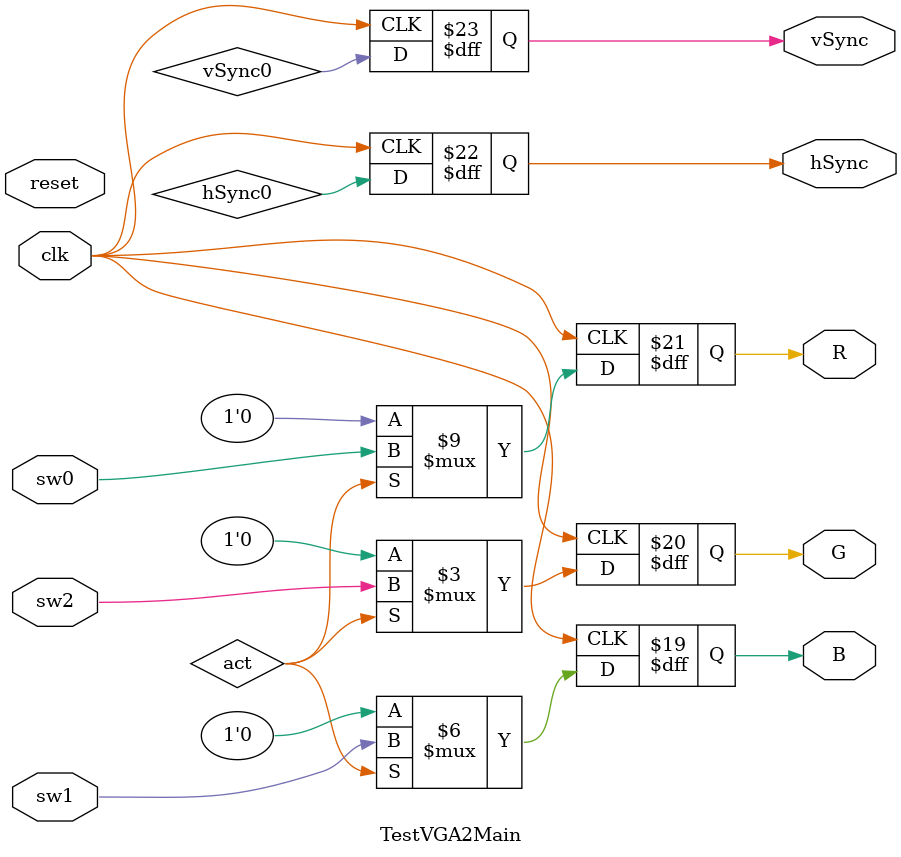
<source format=v>
`timescale 1ns / 1ps
module TestVGA2Main(
    input sw0,
    input sw1,
    input sw2,
    input reset,
	 input clk,
    output reg R,
    output reg G,
    output reg B,
    output reg hSync,
    output reg vSync
    );

//VARIABLES

//vga


wire pxlclk;
wire[9:0] col;// 10 bits for 640
wire[8:0] row;//is a value from 0 to 480 9 bits
wire col0;
wire row0;
wire act;

wire hSync0;
wire vSync0;

reg [16:0] xPixCounter;//this is to count the inner pixels of the 
reg [5:0] yPixCounter;//32x32
reg [5:0] xSuperPixCounter;//count up to 20
reg [4:0] ySuperPixCounter;//count up to 15

/** I did comment the following i'm not sure if it is needed I'll test first before continuing.
//always @(posedge hSync)
//begin
//if(reset)
//begin 
//	xPixCounter <= 0;
//end
//else if(vSync)
//	xPixCounter <= 0;
//else
//xPixCounter <= xPixCounter +1; 
//
//end



VGA_CTRL vga( .Reset(reset), 
	 .HSync(hSync0), 
	 .VSync(vSync0), 
	 .Clk50(clk), 
	 .PClk(pxlclk), 
	 .Col(col), 
	 .Row(row), 
	 .Col0(col0), 
	 .Row0(row0), 
	 .Active(act) );
//a counter that goes up to 
//reg [11:0] readAddress;
//reg [8:0] memOutput;
//VGA_memory mem( clk, 0, readAddress, 0, memOutput);
wire [4:0] xSupPix;
wire [3:0] ySupPix;

VGASuperPixConverter superConverter(act, col, row,xSupPix, ySupPix);

/*
 * output HSync/VSync and RGB data
 */
always @(posedge clk) 
begin
    hSync <= hSync0;
    vSync <= vSync0;
	 
	 
    if( act ) begin
	 //active region
		R<= sw0;
		B<= sw1;
		G<= sw2;
		
	 //old code to test if the super pixels were working
//		if((xSuperPixCounter%2) == 1&&((ySuperPixCounter%2) == 1))
//		begin
//			//set the inter pixel values
//			
//			
//			R <= sw0;
//			B <= sw2;
//			G <= 1;
//		end
//		else if((ySuperPixCounter%2) == 0 && (xSuperPixCounter%2) == 0)
//		begin
//			R <= 0;
//			B <= 0;
//			G <= sw1;
//		end
//		else
//		begin//specific pattern to odd things
//			R <= 1;
//			B <= 1;
//			G <= 0;
//		end
			
	 end
	 else 
	 begin 
		B <= 0;
		G <= 0;
		R <= 0;
    end
	 
	 if(reset)
		begin
		xPixCounter <= 0;
		xSuperPixCounter <= 0;
		yPixCounter <= 0;
		ySuperPixCounter <= 0;
		
		end
	//handle COLUMNS
//	if(col < 32 && act)
//		xSuperPixCounter <= 0;
//	else if( col >31 && col < 64 && act)//pixels 32 - 63
//		xSuperPixCounter <= 1;
//	else if( col >63 && col < 96&& act)//pixels 32 - 63
//		xSuperPixCounter <= 2;
//	else if( col >95 && col < 128 && act)//pixels 32 - 63
//		xSuperPixCounter <= 3;
//	else if( col >127 && col < 160 && act)//pixels 32 - 63
//		xSuperPixCounter <= 4;
//	else if( col >159 && col < 192 && act)//pixels 32 - 63
//		xSuperPixCounter <= 5;
//	else if( col >191 && col < 224 && act)//pixels 32 - 63
//		xSuperPixCounter <= 6;
//	else if( col >223 && col < 256 && act)//pixels 32 - 63
//		xSuperPixCounter <= 7;
//	else if( col >255 && col < 288 && act)//pixels 32 - 63
//		xSuperPixCounter <= 8;
//	else if( col > 287 && col < 320 && act)//pixels 32 - 63   ERROR
//		xSuperPixCounter <= 9;
//	else if( col >319 && col < 352 && act)//pixels 32 - 63   ERROR
//		xSuperPixCounter <= 10;
//	else if( col >351 && col < 384 && act)//pixels 32 - 63   ERROR
//		xSuperPixCounter <= 11;
//	else if( col >383 && col < 416 && act)//pixels 32 - 63
//		xSuperPixCounter <= 12;
//	else if( col >415 && col < 448 && act)//pixels 32 - 63
//		xSuperPixCounter <= 13;
//	else if( col >447 && col < 480 && act)//pixels 32 - 63
//		xSuperPixCounter <= 14;
//	else if( col >479 && col < 512 && act)//pixels 32 - 63
//		xSuperPixCounter <= 15;
//	else if( col >511 && col < 544 && act)//pixels 32 - 63
//		xSuperPixCounter <= 16;
//	else if( col >543 && col < 576 && act)//pixels 32 - 63
//		xSuperPixCounter <= 17;
//	else if( col >575 && col < 608 && act)//pixels 32 - 63
//		xSuperPixCounter <= 18;
//	else if( col >607 && col < 640 && act)//pixels 32 - 63
//		xSuperPixCounter <= 19;
//
//	//handle ROWS
//	if(row < 32 && act)
//		ySuperPixCounter <= 0;//still in the first row of superpixels
//	else if( row > 31 && row < 64 && act)// second row of super pixels
//		ySuperPixCounter <= 1;
//	else if( row > 63 && row < 96 && act)
//		ySuperPixCounter <= 2;
//	else if( row > 95 && row < 128 && act)
//		ySuperPixCounter <= 3;
//	else if( row > 127 && row < 160 && act)
//		ySuperPixCounter <= 4;
//	else if( row > 159 && row < 192 && act)
//		ySuperPixCounter <= 5;
//	else if( row > 191 && row < 224 && act)
//		ySuperPixCounter <= 6;
//	else if( row > 223 && row < 256 && act)
//		ySuperPixCounter <= 7;
//	else if( row > 255 && row < 288 && act)
//		ySuperPixCounter <= 8;
//	else if( row > 287 && row < 320 && act)
//		ySuperPixCounter <= 9;
//	else if( row > 319 && row < 352 && act)
//		ySuperPixCounter <= 10;
//	else if( row > 351 && row < 384 && act)
//		ySuperPixCounter <= 11;
//	else if( row > 383 && row < 416 && act)
//		ySuperPixCounter <= 12;
//	else if( row > 415 && row < 448 && act)
//		ySuperPixCounter <= 13;
//	else if( row > 447 && row < 480 && act)
//		ySuperPixCounter <= 14;
	 
end

endmodule
//note for helpful thing during the creation of this document
	//calculations for intervals from 0 to 640 by 32
	/*			superPix value
*	32 		1
	64
	96
	128
	160
	192
	224
	256
	288
	320
	352
	384
	416
	448
	480
	512
	544
	576
	608
	640//The end 
*/	
</source>
